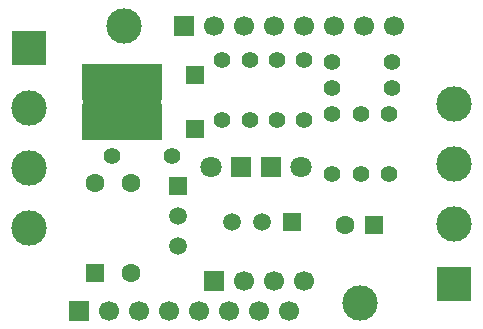
<source format=gts>
G04 Layer: TopSolderMaskLayer*
G04 EasyEDA Pro v2.0.34.720dcead, 2023-10-18 14:17:13*
G04 Gerber Generator version 0.3*
G04 Scale: 100 percent, Rotated: No, Reflected: No*
G04 Dimensions in millimeters*
G04 Leading zeros omitted, absolute positions, 3 integers and 3 decimals*
%FSLAX33Y33*%
%MOMM*%
%ADD10R,3.0X3.0*%
%ADD11C,3.0*%
%ADD12R,3.0X3.0*%
%ADD13R,1.6X1.6*%
%ADD14C,1.6*%
%ADD15R,1.6X1.5*%
%ADD16R,3.2X3.1*%
%ADD17R,6.7X6.5*%
%ADD18R,1.7X1.7*%
%ADD19C,1.7*%
%ADD20C,1.4*%
%ADD21R,1.6X1.6*%
%ADD22R,1.5X1.5*%
%ADD23C,1.5*%
%ADD24R,1.5X1.5*%
%ADD25R,1.8X1.8*%
%ADD26C,1.8*%
%ADD27R,1.8X1.8*%
G75*


G04 Pad Start*
G54D10*
G01X144399Y-88265D03*
G54D11*
G01X144399Y-93345D03*
G01X144399Y-98425D03*
G01X144399Y-103505D03*
G54D12*
G01X180340Y-108204D03*
G54D11*
G01X180340Y-103124D03*
G01X180340Y-98044D03*
G01X180340Y-92964D03*
G54D13*
G01X173609Y-103251D03*
G54D14*
G01X171109Y-103251D03*
G54D15*
G01X158397Y-95111D03*
G54D16*
G01X153997Y-94511D03*
G01X153997Y-91111D03*
G54D17*
G01X152247Y-92811D03*
G54D16*
G01X150497Y-94511D03*
G01X150497Y-91111D03*
G54D15*
G01X158397Y-90511D03*
G54D18*
G01X157480Y-86360D03*
G54D19*
G01X160020Y-86360D03*
G01X162560Y-86360D03*
G01X165100Y-86360D03*
G01X167640Y-86360D03*
G01X170180Y-86360D03*
G01X172720Y-86360D03*
G01X175260Y-86360D03*
G54D18*
G01X148590Y-110490D03*
G54D19*
G01X151130Y-110490D03*
G01X153670Y-110490D03*
G01X156210Y-110490D03*
G01X158750Y-110490D03*
G01X161290Y-110490D03*
G01X163830Y-110490D03*
G01X166370Y-110490D03*
G54D18*
G01X160020Y-107950D03*
G54D19*
G01X162560Y-107950D03*
G01X165100Y-107950D03*
G01X167640Y-107950D03*
G54D11*
G01X152405Y-86357D03*
G01X172400Y-109862D03*
G54D20*
G01X170053Y-93853D03*
G01X170053Y-98933D03*
G01X174879Y-98933D03*
G01X174879Y-93853D03*
G01X167690Y-89245D03*
G01X167690Y-94325D03*
G01X163093Y-89245D03*
G01X163093Y-94325D03*
G01X175120Y-91630D03*
G01X170040Y-91630D03*
G01X160705Y-89245D03*
G01X160705Y-94325D03*
G54D14*
G01X153035Y-107315D03*
G01X153035Y-99695D03*
G54D20*
G01X165379Y-94361D03*
G01X165379Y-89281D03*
G01X151384Y-97409D03*
G01X156464Y-97409D03*
G01X175133Y-89408D03*
G01X170053Y-89408D03*
G54D21*
G01X149987Y-107315D03*
G54D14*
G01X149987Y-99695D03*
G54D22*
G01X166624Y-102997D03*
G54D23*
G01X161544Y-102997D03*
G01X164084Y-102997D03*
G54D24*
G01X156972Y-99949D03*
G54D23*
G01X156972Y-105029D03*
G01X156972Y-102489D03*
G54D25*
G01X164846Y-98298D03*
G54D26*
G01X167386Y-98298D03*
G54D27*
G01X162306Y-98298D03*
G54D26*
G01X159766Y-98298D03*
G54D20*
G01X172466Y-93853D03*
G01X172466Y-98933D03*
G04 Pad End*

M02*

</source>
